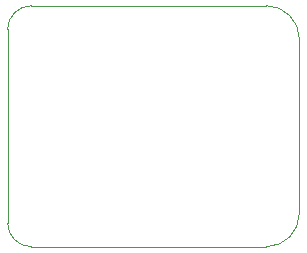
<source format=gm1>
G04 #@! TF.GenerationSoftware,KiCad,Pcbnew,5.1.5-52549c5~84~ubuntu19.10.1*
G04 #@! TF.CreationDate,2020-03-01T20:16:17+01:00*
G04 #@! TF.ProjectId,C245_conn,43323435-5f63-46f6-9e6e-2e6b69636164,rev?*
G04 #@! TF.SameCoordinates,Original*
G04 #@! TF.FileFunction,Profile,NP*
%FSLAX46Y46*%
G04 Gerber Fmt 4.6, Leading zero omitted, Abs format (unit mm)*
G04 Created by KiCad (PCBNEW 5.1.5-52549c5~84~ubuntu19.10.1) date 2020-03-01 20:16:17*
%MOMM*%
%LPD*%
G04 APERTURE LIST*
%ADD10C,0.050000*%
G04 APERTURE END LIST*
D10*
X124700000Y-117600000D02*
G75*
G02X121900000Y-120400000I-2800000J0D01*
G01*
X121900000Y-100000000D02*
G75*
G02X124700000Y-102800000I0J-2800000D01*
G01*
X99999999Y-102000000D02*
G75*
G02X102000000Y-99999999I2000001J0D01*
G01*
X102000000Y-120400001D02*
G75*
G02X99999999Y-118400000I0J2000001D01*
G01*
X121900000Y-120400000D02*
X102000000Y-120400000D01*
X124700000Y-102800000D02*
X124700000Y-117600000D01*
X102000000Y-100000000D02*
X121900000Y-100000000D01*
X99999999Y-102000000D02*
X99999999Y-118400000D01*
M02*

</source>
